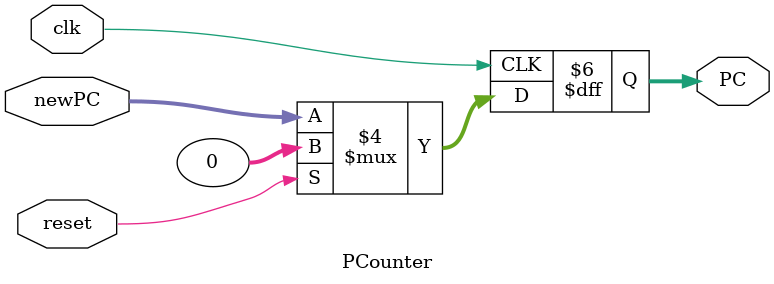
<source format=v>
module processor( input         clk, reset,
                  output [31:0] PC,
                  input  [31:0] instruction,
                  output        WE,
                  output [31:0] address_to_mem,
                  output [31:0] data_to_mem,
                  input  [31:0] data_from_mem
                );

    wire 		PC_Jal_J;
    wire 		PC_Jr;
    wire 		Branch;
    wire 		RegWrite;
    wire 		MemToReg;
    wire 		RegDst;
    wire 		ALUSrc;
    wire [3:0]  ALUControl;

    control_unit control_inst(instruction[31:26], 
    						  instruction[5:0], 
    						  instruction[10:6], 
    						  PC_Jal_J, 
    						  PC_Jr, 
    						  Branch, 
    						  RegWrite, 
    						  MemToReg, 
    						  WE, 
    						  RegDst, 
    						  ALUSrc, 
    						  ALUControl);

    data_path  execution_inst(clk, 
    					      reset, 
    					      instruction, 
    					      data_from_mem, 
    					      ALUControl, 
    					      PC_Jal_J, 
    					      PC_Jr, 
    					      Branch, 
    					      RegWrite, 
    					      MemToReg, 
    					      RegDst, 
    					      ALUSrc, 
    					      PC, 
    					      address_to_mem, 
    					      data_to_mem);
endmodule


//-------------------------------------------------------------------
//control unit for control path - ok
module control_unit (input [5:0] OpCode,
					 input [5:0] Funct,
					 input [4:0] Shamt,
					 output reg PC_Jal_J, PC_Jr, Branch, RegWrite, MemToReg, WE, RegDst, ALUSrc,
					 output reg [3:0] ALUControl);
always @(OpCode or Funct or Shamt) begin
	case(OpCode)
		6'b000010 :	begin		//j - ok
			{PC_Jal_J, PC_Jr, Branch, RegWrite, WE, MemToReg, ALUSrc, ALUControl, RegDst} = 12'b100000000000;
		end

		6'b000011 :	begin		//jal - ok
			{PC_Jal_J, PC_Jr, Branch, RegWrite, WE, MemToReg, ALUSrc, ALUControl, RegDst} = 12'b100100000000;
		end

		6'b000111 :	begin		//jr - ok
			{PC_Jal_J, PC_Jr, Branch, RegWrite, WE, MemToReg, ALUSrc, ALUControl, RegDst} = 12'b010000000000;
		end

		6'b000100 :	begin		//beq - ok
			{PC_Jal_J, PC_Jr, Branch, RegWrite, WE, MemToReg, ALUSrc, ALUControl, RegDst} = 12'b001000001100;
		end

		6'b100011 :	begin		//lw - ok
			{PC_Jal_J, PC_Jr, Branch, RegWrite, WE, MemToReg, ALUSrc, ALUControl, RegDst} = 12'b000101100100;
		end

		6'b101011 :	begin		//sw - ok
			{PC_Jal_J, PC_Jr, Branch, RegWrite, WE, MemToReg, ALUSrc, ALUControl, RegDst} = 12'b000010100100;
		end

		6'b001000 :	begin		//addi - ok
			{PC_Jal_J, PC_Jr, Branch, RegWrite, WE, MemToReg, ALUSrc, ALUControl, RegDst} = 12'b000100100100;
		end

		6'b011111 :	begin		//.qb - ok
			if (Funct == 6'b010000) begin
				case (Shamt) 
					5'b00000 : begin 		//addu - ok
						{PC_Jal_J, PC_Jr, Branch, RegWrite, WE, MemToReg, ALUSrc, ALUControl, RegDst} = 12'b000100010001;
					end

					5'b00100 : begin 		//addu_s - ok
						{PC_Jal_J, PC_Jr, Branch, RegWrite, WE, MemToReg, ALUSrc, ALUControl, RegDst} = 12'b000100010011;
					end

					default : begin 	    //ERROR || nop - ok
						{PC_Jal_J, PC_Jr, Branch, RegWrite, WE, MemToReg, ALUSrc, ALUControl, RegDst} = 12'b000000000000;
					end
				endcase					
			end else begin 		//ERROR || nop - ok
				{PC_Jal_J, PC_Jr, Branch, RegWrite, WE, MemToReg, ALUSrc, ALUControl, RegDst} = 12'b000000000000;
			end
		end

		6'b000000 :	begin		//R - ok
			case (Funct) 
				6'b100000 : begin 		//add - ok
					{PC_Jal_J, PC_Jr, Branch, RegWrite, WE, MemToReg, ALUSrc, ALUControl, RegDst} = 12'b000100000101;
				end

				6'b100010 : begin 		//sub - ok
					{PC_Jal_J, PC_Jr, Branch, RegWrite, WE, MemToReg, ALUSrc, ALUControl, RegDst} = 12'b000100001101;
				end 

				6'b100100 : begin 		//and - ok
					{PC_Jal_J, PC_Jr, Branch, RegWrite, WE, MemToReg, ALUSrc, ALUControl, RegDst} = 12'b000100000001;
				end

				6'b100101 : begin 		//or - ok
					{PC_Jal_J, PC_Jr, Branch, RegWrite, WE, MemToReg, ALUSrc, ALUControl, RegDst} = 12'b000100000011;
				end

				6'b101010 : begin 		//slt - ok
					{PC_Jal_J, PC_Jr, Branch, RegWrite, WE, MemToReg, ALUSrc, ALUControl, RegDst} = 12'b000100001111;
				end

				6'b000100 : begin 		//sllv - ok
					{PC_Jal_J, PC_Jr, Branch, RegWrite, WE, MemToReg, ALUSrc, ALUControl, RegDst} = 12'b000100010101;
				end

				6'b000110 : begin 		//srlv - ok
					{PC_Jal_J, PC_Jr, Branch, RegWrite, WE, MemToReg, ALUSrc, ALUControl, RegDst} = 12'b000100010111;
				end	
				
				6'b000111 : begin 		//srav - ok
					{PC_Jal_J, PC_Jr, Branch, RegWrite, WE, MemToReg, ALUSrc, ALUControl, RegDst} = 12'b000100011001;
				end

				default : begin 		//ERROR || nop - ok
					{PC_Jal_J, PC_Jr, Branch, RegWrite, WE, MemToReg, ALUSrc, ALUControl, RegDst} = 12'b000000000000;
				end	
			endcase
		end

		default : begin 	    //ERROR || nop - ok
			{PC_Jal_J, PC_Jr, Branch, RegWrite, WE, MemToReg, ALUSrc, ALUControl, RegDst} = 12'b000000000000;
		end
	endcase	
end
endmodule

//-------------------------------------------------------------------
//control unit for data path - ?
module data_path (input  		clk, reset,
				  input  [31:0] instruction,
				  input  [31:0] data_from_mem,
				  input  [3:0]  ALUControl,
				  input         PC_Jal_J, PC_Jr, Branch, RegWrite, MemToReg, RegDst, ALUSrc,
				  output [31:0] PC,
				  output [31:0] address_to_mem,
				  output [31:0] data_to_mem);
wire 		PC_Beq;
wire 		Zero;
wire [31:0] SrcA;
wire [31:0] SrcB;
wire [31:0] PC_Jal_J_v;
wire [31:0] PC_Beq_v;
wire [31:0] PCPlus4;
wire [31:0] PCNext;
wire [31:0] ExtData;
wire [31:0] ExtData4;
wire [31:0] Resault;
wire [31:0] WD3;
wire [4:0]  A3;
wire [4:0]  A3Dst;

alu 			alu32bit   (ALUControl, 			//ALUControl
							SrcA, 					//SrcA
							SrcB, 					//SrcB
							address_to_mem, 		//ALUResult
							Zero);					//Zero

file_register 	registers  (WD3, 					//WriteData_3
							instruction[25:21], 	//A1
							instruction[20:16], 	//A2
							A3, 					//A3
							RegWrite, 				//WriteEnable_3
							clk, 					//clk
							SrcA, 					//RegistrData_1
							data_to_mem);			//RegistrData_2

summator_32    PCsummator  (PC,									  	//Data_0
							32'b00000000000000000000000000000100, 	//Data_1	
							PCPlus4);								//ReturnData

summator_32   BEQsummator  (ExtData4,								//Data_0 
							PCPlus4, 								//Data_1
							PC_Beq_v);								//ReturnData

and_1x1        andBeqZero  (Zero, 			//Data_0
							Branch, 		//Data_1
							PC_Beq);    	//ReturnData

pc_jal_j  PC_Jal_J_vector  (PCPlus4[31:28],  		//PcLeft_4
							instruction[25:0],		//Imm_26 
							PC_Jal_J_v);			//Pc_Jal_J

sign_ext       signed_ext  (instruction[15:0], 		//imm_16
							ExtData);				//imm_32

left_shift_2  	     ls_2  (ExtData, 				//InputNum
							ExtData4);				//OutputNum

mux_5_5      mux_WriteDst  (RegDst,					//Control
							instruction[20:16],		//Data_0
							instruction[15:11],		//Data_1
							A3Dst);					//ReturnData

mux_5_5 mux_WriteJalOrDst  (PC_Jal_J,				//Control
							A3Dst,					//Data_0
							5'b11111,				//Data_1
							A3);					//ReturnData

mux_32_32 mux_WriteDataReg (PC_Jal_J,				//Control
							Resault,				//Data_0
							PCPlus4,				//Data_1
							WD3);					//ReturnData

mux_32_32      mux_ALUSrc  (ALUSrc,					//Control
							data_to_mem,			//Data_0
							ExtData,				//Data_1
							SrcB);					//ReturnData

mux_32_32    mux_MemToReg  (MemToReg,				//Control
							address_to_mem,			//Data_0
							data_from_mem,			//Data_1
							Resault);				//ReturnData

mux_PC		mux_PCounter   (PC_Jr,					//jr
							PC_Jal_J,				//jal_j
							PC_Beq,					//beq
							SrcA,					//jr_pc
							PC_Jal_J_v,				//jal_j_pc
							PC_Beq_v,				//beq_pc
							PCPlus4,				//pointer_pc
							PCNext);				//Ret_pc

PCounter   CounterControl  (PCNext,					//newPC
							clk,					//clk
							reset,					//reset
							PC);					//PC

endmodule

//-------------------------------------------------------------------
//alu controller - ok
module alu (input 	   [3:0]  ALUControl,
            input 	   [31:0] SrcA, SrcB,
            output reg [31:0] ALUResult,
            output reg 		  Zero );

	//SrcA == s
	//SrcA == t

    always @(ALUControl or SrcA or SrcB) begin
    	case(ALUControl) 
    		4'b0010 : begin 					//ADD - ok
    			ALUResult = SrcA + SrcB;
    		end
    		
    		4'b0110 : begin 					//SUB - ok
    			ALUResult = SrcA - SrcB;
    		end
    		
    		4'b0000 : begin 					//AND - ok
    			ALUResult = SrcA & SrcB;
    		end
    		
			4'b0001 : begin 					//OR - ok
    			ALUResult = SrcA | SrcB;
    		end
    		
    		4'b0111 : begin 					//SLT - ok
    			if (SrcA < SrcB) begin
    				ALUResult = 32'b00000000000000000000000000000001;
    			end else begin
    				ALUResult = 32'b00000000000000000000000000000000;
    			end
    		end
    		
    		4'b1000 : begin 					//ADDU.QB - ok
    			ALUResult[7:0]   = SrcA[7:0]   + SrcB[7:0];
    			ALUResult[15:8]  = SrcA[15:8]  + SrcB[15:8];
    			ALUResult[23:16] = SrcA[23:16] + SrcB[23:16];
    			ALUResult[31:24] = SrcA[31:24] + SrcB[31:24];
    		end

    		4'b1001 : begin 					//ADDU_S.QB - ok
				ALUResult[7:0] = SrcA[6:0] + SrcB[6:0];
				if ((ALUResult[7] && (SrcA[7] || SrcB[7])) || (!ALUResult[7] && SrcA[7] && SrcB[7])) begin
					ALUResult[7:0] = 8'b11111111;
				end else begin
					ALUResult[7] = ALUResult[7] + SrcA[7] + SrcB[7];
				end

				ALUResult[15:8] = SrcA[14:8] + SrcB[14:8];
				if ((ALUResult[15] && (SrcA[15] || SrcB[15])) || (!ALUResult[15] && SrcA[15] && SrcB[15])) begin
					ALUResult[15:8] = 8'b11111111;
				end else begin
					ALUResult[15] = ALUResult[15] + SrcA[15] + SrcB[15];
				end

				ALUResult[23:16] = SrcA[22:16] + SrcB[22:16];
				if ((ALUResult[23] && (SrcA[23] || SrcB[23])) || (!ALUResult[23] && SrcA[23] && SrcB[23])) begin
					ALUResult[23:16] = 8'b11111111;
				end else begin
					ALUResult[23] = ALUResult[23] + SrcA[23] + SrcB[23];
				end

				ALUResult[31:24] = SrcA[31:24] + SrcB[31:24];
				if ((ALUResult[31] && (SrcA[31] || SrcB[31])) || (!ALUResult[31] && SrcA[31] && SrcB[31])) begin
					ALUResult[31:24] = 8'b11111111;
				end else begin
					ALUResult[31] = ALUResult[31] + SrcA[31] + SrcB[31];
				end
    		end

    		4'b1010 : begin 					//SLLV - ok
    			ALUResult = SrcB << (SrcA[4:0]);	
    		end

    		4'b1011 : begin 					//SRLV - ok
				ALUResult = SrcB >> (SrcA[4:0]);
    		end

    		4'b1100 : begin 					//SRAV - ok
    			case(SrcA[4:0]) 
    			5'b00000 : ALUResult = SrcB;
    			5'b00001 : ALUResult = {{1{SrcB[31]}},  SrcB[31:1]};
    			5'b00010 : ALUResult = {{2{SrcB[31]}},  SrcB[31:2]};
    			5'b00011 : ALUResult = {{3{SrcB[31]}},  SrcB[31:3]};
    			5'b00100 : ALUResult = {{4{SrcB[31]}},  SrcB[31:4]};
    			5'b00101 : ALUResult = {{5{SrcB[31]}},  SrcB[31:5]};
    			5'b00110 : ALUResult = {{6{SrcB[31]}},  SrcB[31:6]};
    			5'b00111 : ALUResult = {{7{SrcB[31]}},  SrcB[31:7]};
    			5'b01000 : ALUResult = {{8{SrcB[31]}},  SrcB[31:8]};
    			5'b01001 : ALUResult = {{9{SrcB[31]}},  SrcB[31:9]};
    			5'b01010 : ALUResult = {{10{SrcB[31]}}, SrcB[31:10]};
    			5'b01011 : ALUResult = {{11{SrcB[31]}}, SrcB[31:11]};
    			5'b01100 : ALUResult = {{12{SrcB[31]}}, SrcB[31:12]};
    			5'b01101 : ALUResult = {{13{SrcB[31]}}, SrcB[31:13]};
    			5'b01110 : ALUResult = {{14{SrcB[31]}}, SrcB[31:14]};
    			5'b01111 : ALUResult = {{15{SrcB[31]}}, SrcB[31:15]};
    			5'b10000 : ALUResult = {{16{SrcB[31]}}, SrcB[31:16]};
    			5'b10001 : ALUResult = {{17{SrcB[31]}}, SrcB[31:17]};
    			5'b10010 : ALUResult = {{18{SrcB[31]}}, SrcB[31:18]};
    			5'b10011 : ALUResult = {{19{SrcB[31]}}, SrcB[31:19]};
    			5'b10100 : ALUResult = {{20{SrcB[31]}}, SrcB[31:20]};
    			5'b10101 : ALUResult = {{21{SrcB[31]}}, SrcB[31:21]};
    			5'b10110 : ALUResult = {{22{SrcB[31]}}, SrcB[31:22]};
    			5'b10111 : ALUResult = {{23{SrcB[31]}}, SrcB[31:23]};
    			5'b11000 : ALUResult = {{24{SrcB[31]}}, SrcB[31:24]};
    			5'b11001 : ALUResult = {{25{SrcB[31]}}, SrcB[31:25]};
    			5'b11010 : ALUResult = {{26{SrcB[31]}}, SrcB[31:26]};
    			5'b11011 : ALUResult = {{27{SrcB[31]}}, SrcB[31:27]};
    			5'b11100 : ALUResult = {{28{SrcB[31]}}, SrcB[31:28]};
    			5'b11101 : ALUResult = {{29{SrcB[31]}}, SrcB[31:29]};
    			5'b11110 : ALUResult = {{30{SrcB[31]}}, SrcB[31:30]};
    			5'b11111 : ALUResult = {{31{SrcB[31]}}, SrcB[31]};
    			default  : ALUResult = {{31{SrcB[31]}}, SrcB[31]};
    			endcase
    		end

    		default : begin
    			ALUResult[31:0] = 32'b00000000000000000000000000000000;
    		end
    	endcase
    end

    always @(ALUResult) begin
    	if (ALUResult == 0) begin
    		Zero = 1'b1;
    	end else begin
    		Zero = 1'b0;
    	end
    end
endmodule

//-------------------------------------------------------------------
//file register - ok
module file_register (input 	 [31:0] WriteData_3,
					  input 	 [4:0]  A1, A2, A3,
					  input 			WriteEnable_3, clk,		
					  output reg [31:0] RegistrData_1, RegistrData_2);

	reg [31:0] register[31:0];
	
	initial begin
		register[0]  = 32'h00000000;		// $0  - zero
		register[1]  = 32'h00000000;		// $1  - at
		register[2]  = 32'h00000000;		// $2  - v0 (function return)	
		register[3]  = 32'h00000000;		// $3  - v1 (function return)
		register[4]  = 32'h00000000;		// $4  - a0 (function arg)
		register[5]  = 32'h00000000;		// $5  - a1 (function arg)
		register[6]  = 32'h00000000;		// $6  - a2 (function arg)
		register[7]  = 32'h00000000;		// $7  - a3 (function arg)
		register[8]  = 32'h00000000;		// $8  - t0	(tmp)
		register[9]  = 32'h00000000;		// $9  - t1	(tmp)
		register[10] = 32'h00000000;		// $10 - t2	(tmp)
		register[11] = 32'h00000000;		// $11 - t3	(tmp)
		register[12] = 32'h00000000;		// $12 - t4	(tmp)
		register[13] = 32'h00000000;		// $13 - t5	(tmp)
		register[14] = 32'h00000000;		// $14 - t6	(tmp)
		register[15] = 32'h00000000;		// $15 - t7	(tmp)
		register[16] = 32'h00000000;		// $16 - s0 (saved tmp)
		register[17] = 32'h00000000;		// $17 - s1 (saved tmp)
		register[18] = 32'h00000000;		// $18 - s2 (saved tmp)
		register[19] = 32'h00000000;		// $19 - s3 (saved tmp)
		register[20] = 32'h00000000;		// $20 - s4 (saved tmp)
		register[21] = 32'h00000000;		// $21 - s5 (saved tmp)
		register[22] = 32'h00000000;		// $22 - s6 (saved tmp)
		register[23] = 32'h00000000;		// $23 - s7 (saved tmp)
		register[24] = 32'h00000000;		// $24 - t8	(tmp)
		register[25] = 32'h00000000;		// $25 - t9	(tmp)
		register[26] = 32'h00000000;		// $26 - k0 (reserved for kernel)
		register[27] = 32'h00000000;		// $27 - k1 (reserved for kernel)
		register[28] = 32'h00000000;		// $28 - gp (global pointer)
		register[29] = 32'h00004000;		// $29 - sp (stack pointer)
		register[30] = 32'h00000000;		// $30 - fp (frame pointer)
		register[31] = 32'h00000000;		// $31 - ra (return address)
	end

	always @(A1 or A2) begin
		RegistrData_1 = register[A1];
		RegistrData_2 = register[A2];
	end

	always @(posedge clk) begin
		if (WriteEnable_3 && A3 != 0) begin
			register[A3] = WriteData_3;
		end
	end
endmodule

//-------------------------------------------------------------------
//summator 32bit - ok
module summator_32 (input 	[31:0] Data_0, Data_1,
					output  [31:0] ReturnData);

	assign ReturnData = Data_1 + Data_0;
endmodule

//-------------------------------------------------------------------
//and 1bit & 1bit - ok
module and_1x1 (input 	   Data_0, Data_1, 
				output reg ReturnData);

	always @(Data_0 or Data_1) begin
		ReturnData = Data_1 & Data_0;
	end
endmodule

//-------------------------------------------------------------------
//calculate PC for jal - ok
module pc_jal_j (input 		[3:0]  PcLeft_4,
				 input 		[25:0] Imm_26,
				 output reg [31:0] Pc_Jal_J);
	
	always @(*) begin
		Pc_Jal_J = {PcLeft_4[3:0], Imm_26[25:0], {2{1'b0}}};
	end
endmodule

//-------------------------------------------------------------------
//signed ext - ok
module sign_ext (input 		[15:0] imm_16,
				 output reg [31:0] imm_32);

always @(imm_16) begin
	if (imm_16[15] == 1) begin
		imm_32 = 32'b11111111111111110000000000000000 + imm_16;
	end else begin
		imm_32 = 32'b00000000000000000000000000000000 + imm_16;
	end
end
endmodule

//-------------------------------------------------------------------
//<<2 - ok
module left_shift_2 (input 		[31:0] InputNum,
					 output reg [31:0] OutputNum);
	
	always @(InputNum) begin
		OutputNum = {InputNum[29:0], {2'b00}};
	end
endmodule

//-------------------------------------------------------------------
//multiplexer 5bit x 2 - ok
module mux_5_5 (input 			  Control,
				input 		[4:0] Data_0, Data_1,
				output reg  [4:0] ReturnData);

	always @(Data_0 or Data_1 or Control) begin
		if (Control == 0) begin
			ReturnData = Data_0;
		end else begin
			ReturnData = Data_1;
		end
	end
endmodule

//-------------------------------------------------------------------
//multiplexer 32bit x 2 - ok
module mux_32_32 (input 			Control,
				  input 	 [31:0] Data_0, Data_1,
				  output reg [31:0] ReturnData);

	always @(Control or Data_0 or Data_1) begin
		if (Control == 0) begin
			ReturnData = Data_0;	
		end else begin
			ReturnData = Data_1;
		end
	end
endmodule

//-------------------------------------------------------------------
//multiplexer for PC - ok 
module mux_PC (input 	   		 jr, jal_j, beq,
			   input 	  [31:0] jr_pc, jal_j_pc, beq_pc, pointer_pc, 
			   output reg [31:0] ret_pc);
	always @(*) begin
		if (jr == 1) begin
			ret_pc = jr_pc;
		end else if (jal_j == 1) begin
			ret_pc = jal_j_pc;
		end else if (beq == 1) begin
			ret_pc = beq_pc;
		end else begin
			ret_pc = pointer_pc;
		end
	end
endmodule

//-------------------------------------------------------------------
//PC module - ok
module PCounter (input 		[31:0] newPC,
				 input 			   clk, reset,
				 output reg [31:0] PC);

initial begin
	PC = 32'b00000000000000000000000000000000;
end

always @(posedge clk) begin
	if (reset) begin
		PC = 32'b00000000000000000000000000000000;
	end
	else begin
		PC = newPC;
	end
end
endmodule
</source>
